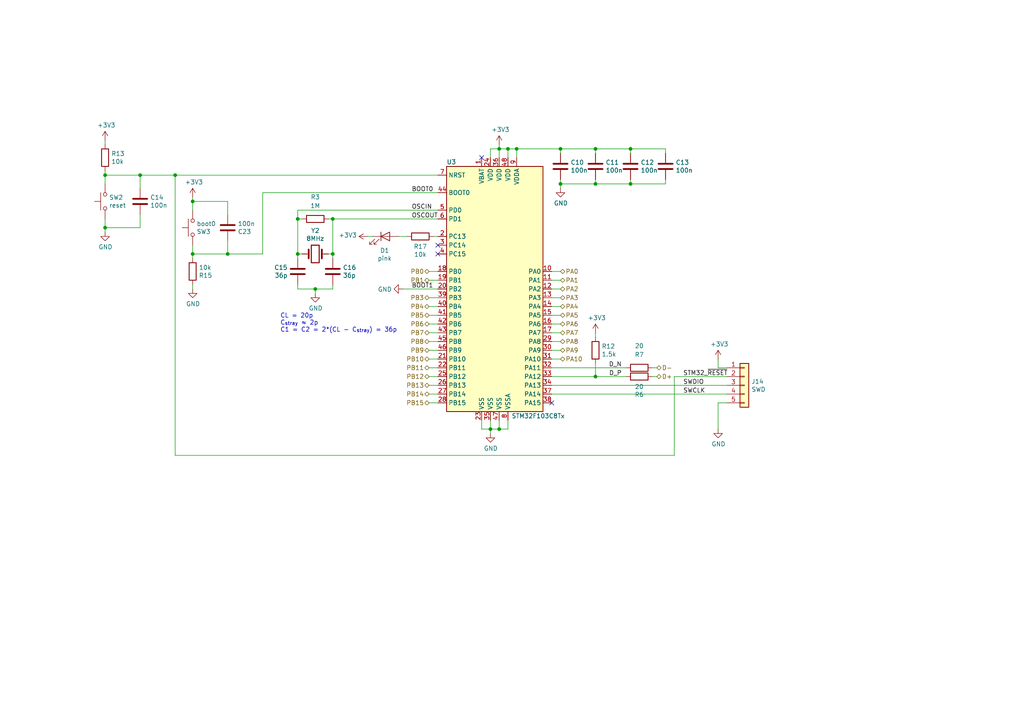
<source format=kicad_sch>
(kicad_sch (version 20220104) (generator eeschema)
  (paper "A4")
  (title_block (date "2020-08-29"))
  (lib_symbols
    (symbol "Connector_Generic:Conn_01x05" (pin_names hide)
      (property "Reference" "J" (at 0 7.62 0))
      (property "Value" "Conn_01x05" (at 0 -7.62 0))
      (symbol "Conn_01x05_1_1"
        (rectangle (start -1.27 -4.953) (end 0 -5.207) (stroke (width 0.1524)))
        (rectangle (start -1.27 -2.413) (end 0 -2.667) (stroke (width 0.1524)))
        (rectangle (start -1.27 0.127) (end 0 -0.127) (stroke (width 0.1524)))
        (rectangle (start -1.27 2.667) (end 0 2.413) (stroke (width 0.1524)))
        (rectangle (start -1.27 5.207) (end 0 4.953) (stroke (width 0.1524)))
        (rectangle (start -1.27 6.35) (end 1.27 -6.35) (stroke (width 0.254)) (fill (type background)))
        (pin passive line (at -5.08 5.08 0) (length 3.81) (name "Pin_1") (number "1"))
        (pin passive line (at -5.08 2.54 0) (length 3.81) (name "Pin_2") (number "2"))
        (pin passive line (at -5.08 0 0) (length 3.81) (name "Pin_3") (number "3"))
        (pin passive line (at -5.08 -2.54 0) (length 3.81) (name "Pin_4") (number "4"))
        (pin passive line (at -5.08 -5.08 0) (length 3.81) (name "Pin_5") (number "5"))
      )
    )
    (symbol "Device:C" (pin_numbers hide) (pin_names (offset 0.254))
      (property "Reference" "C" (at 0.635 2.54 0))
      (property "Value" "C" (at 0.635 -2.54 0))
      (symbol "C_0_1"
        (polyline (pts (xy -2.032 -0.762) (xy 2.032 -0.762)) (stroke (width 0.508)))
        (polyline (pts (xy -2.032 0.762) (xy 2.032 0.762)) (stroke (width 0.508)))
      )
      (symbol "C_1_1"
        (pin passive line (at 0 3.81 270) (length 2.794) (name "~") (number "1"))
        (pin passive line (at 0 -3.81 90) (length 2.794) (name "~") (number "2"))
      )
    )
    (symbol "Device:Crystal" (pin_numbers hide) (pin_names hide)
      (property "Reference" "Y" (at 0 3.81 0))
      (property "Value" "Crystal" (at 0 -3.81 0))
      (symbol "Crystal_0_1"
        (rectangle (start -1.143 2.54) (end 1.143 -2.54) (stroke (width 0.3048)))
        (polyline (pts (xy -2.54 0) (xy -1.905 0)))
        (polyline (pts (xy -1.905 -1.27) (xy -1.905 1.27)) (stroke (width 0.508)))
        (polyline (pts (xy 1.905 -1.27) (xy 1.905 1.27)) (stroke (width 0.508)))
        (polyline (pts (xy 2.54 0) (xy 1.905 0)))
      )
      (symbol "Crystal_1_1"
        (pin passive line (at -3.81 0 0) (length 1.27) (name "1") (number "1"))
        (pin passive line (at 3.81 0 180) (length 1.27) (name "2") (number "2"))
      )
    )
    (symbol "Device:LED" (pin_numbers hide) (pin_names hide)
      (property "Reference" "D" (at 0 2.54 0))
      (property "Value" "LED" (at 0 -2.54 0))
      (symbol "LED_0_1"
        (polyline (pts (xy -1.27 -1.27) (xy -1.27 1.27)) (stroke (width 0.2032)))
        (polyline (pts (xy -1.27 0) (xy 1.27 0)))
        (polyline (pts (xy 1.27 -1.27) (xy 1.27 1.27) (xy -1.27 0) (xy 1.27 -1.27)) (stroke (width 0.2032)))
        (polyline (pts (xy -3.048 -0.762) (xy -4.572 -2.286) (xy -3.81 -2.286) (xy -4.572 -2.286) (xy -4.572 -1.524)))
        (polyline (pts (xy -1.778 -0.762) (xy -3.302 -2.286) (xy -2.54 -2.286) (xy -3.302 -2.286) (xy -3.302 -1.524)))
      )
      (symbol "LED_1_1"
        (pin passive line (at -3.81 0 0) (length 2.54) (name "K") (number "1"))
        (pin passive line (at 3.81 0 180) (length 2.54) (name "A") (number "2"))
      )
    )
    (symbol "Device:R" (pin_numbers hide) (pin_names (offset 0))
      (property "Reference" "R" (at 2.032 0 90))
      (property "Value" "R" (at 0 0 90))
      (symbol "R_0_1"
        (rectangle (start -1.016 -2.54) (end 1.016 2.54) (stroke (width 0.254)))
      )
      (symbol "R_1_1"
        (pin passive line (at 0 3.81 270) (length 1.27) (name "~") (number "1"))
        (pin passive line (at 0 -3.81 90) (length 1.27) (name "~") (number "2"))
      )
    )
    (symbol "MCU_ST_STM32F1:STM32F103C8Tx"
      (property "Reference" "U" (at -15.24 36.83 0))
      (property "Value" "STM32F103C8Tx" (at 7.62 36.83 0))
      (symbol "STM32F103C8Tx_0_1"
        (rectangle (start -15.24 -35.56) (end 12.7 35.56) (stroke (width 0.254)) (fill (type background)))
      )
      (symbol "STM32F103C8Tx_1_1"
        (pin power_in line (at -5.08 38.1 270) (length 2.54) (name "VBAT") (number "1"))
        (pin bidirectional line (at 15.24 5.08 180) (length 2.54) (name "PA0") (number "10"))
        (pin bidirectional line (at 15.24 2.54 180) (length 2.54) (name "PA1") (number "11"))
        (pin bidirectional line (at 15.24 0 180) (length 2.54) (name "PA2") (number "12"))
        (pin bidirectional line (at 15.24 -2.54 180) (length 2.54) (name "PA3") (number "13"))
        (pin bidirectional line (at 15.24 -5.08 180) (length 2.54) (name "PA4") (number "14"))
        (pin bidirectional line (at 15.24 -7.62 180) (length 2.54) (name "PA5") (number "15"))
        (pin bidirectional line (at 15.24 -10.16 180) (length 2.54) (name "PA6") (number "16"))
        (pin bidirectional line (at 15.24 -12.7 180) (length 2.54) (name "PA7") (number "17"))
        (pin bidirectional line (at -17.78 5.08 0) (length 2.54) (name "PB0") (number "18"))
        (pin bidirectional line (at -17.78 2.54 0) (length 2.54) (name "PB1") (number "19"))
        (pin bidirectional line (at -17.78 15.24 0) (length 2.54) (name "PC13") (number "2"))
        (pin bidirectional line (at -17.78 0 0) (length 2.54) (name "PB2") (number "20"))
        (pin bidirectional line (at -17.78 -20.32 0) (length 2.54) (name "PB10") (number "21"))
        (pin bidirectional line (at -17.78 -22.86 0) (length 2.54) (name "PB11") (number "22"))
        (pin power_in line (at -5.08 -38.1 90) (length 2.54) (name "VSS") (number "23"))
        (pin power_in line (at -2.54 38.1 270) (length 2.54) (name "VDD") (number "24"))
        (pin bidirectional line (at -17.78 -25.4 0) (length 2.54) (name "PB12") (number "25"))
        (pin bidirectional line (at -17.78 -27.94 0) (length 2.54) (name "PB13") (number "26"))
        (pin bidirectional line (at -17.78 -30.48 0) (length 2.54) (name "PB14") (number "27"))
        (pin bidirectional line (at -17.78 -33.02 0) (length 2.54) (name "PB15") (number "28"))
        (pin bidirectional line (at 15.24 -15.24 180) (length 2.54) (name "PA8") (number "29"))
        (pin bidirectional line (at -17.78 12.7 0) (length 2.54) (name "PC14") (number "3"))
        (pin bidirectional line (at 15.24 -17.78 180) (length 2.54) (name "PA9") (number "30"))
        (pin bidirectional line (at 15.24 -20.32 180) (length 2.54) (name "PA10") (number "31"))
        (pin bidirectional line (at 15.24 -22.86 180) (length 2.54) (name "PA11") (number "32"))
        (pin bidirectional line (at 15.24 -25.4 180) (length 2.54) (name "PA12") (number "33"))
        (pin bidirectional line (at 15.24 -27.94 180) (length 2.54) (name "PA13") (number "34"))
        (pin power_in line (at -2.54 -38.1 90) (length 2.54) (name "VSS") (number "35"))
        (pin power_in line (at 0 38.1 270) (length 2.54) (name "VDD") (number "36"))
        (pin bidirectional line (at 15.24 -30.48 180) (length 2.54) (name "PA14") (number "37"))
        (pin bidirectional line (at 15.24 -33.02 180) (length 2.54) (name "PA15") (number "38"))
        (pin bidirectional line (at -17.78 -2.54 0) (length 2.54) (name "PB3") (number "39"))
        (pin bidirectional line (at -17.78 10.16 0) (length 2.54) (name "PC15") (number "4"))
        (pin bidirectional line (at -17.78 -5.08 0) (length 2.54) (name "PB4") (number "40"))
        (pin bidirectional line (at -17.78 -7.62 0) (length 2.54) (name "PB5") (number "41"))
        (pin bidirectional line (at -17.78 -10.16 0) (length 2.54) (name "PB6") (number "42"))
        (pin bidirectional line (at -17.78 -12.7 0) (length 2.54) (name "PB7") (number "43"))
        (pin input line (at -17.78 27.94 0) (length 2.54) (name "BOOT0") (number "44"))
        (pin bidirectional line (at -17.78 -15.24 0) (length 2.54) (name "PB8") (number "45"))
        (pin bidirectional line (at -17.78 -17.78 0) (length 2.54) (name "PB9") (number "46"))
        (pin power_in line (at 0 -38.1 90) (length 2.54) (name "VSS") (number "47"))
        (pin power_in line (at 2.54 38.1 270) (length 2.54) (name "VDD") (number "48"))
        (pin input line (at -17.78 22.86 0) (length 2.54) (name "PD0") (number "5"))
        (pin input line (at -17.78 20.32 0) (length 2.54) (name "PD1") (number "6"))
        (pin input line (at -17.78 33.02 0) (length 2.54) (name "NRST") (number "7"))
        (pin power_in line (at 2.54 -38.1 90) (length 2.54) (name "VSSA") (number "8"))
        (pin power_in line (at 5.08 38.1 270) (length 2.54) (name "VDDA") (number "9"))
      )
    )
    (symbol "Switch:SW_Push" (pin_numbers hide) (pin_names hide)
      (property "Reference" "SW" (at 1.27 2.54 0))
      (property "Value" "SW_Push" (at 0 -1.524 0))
      (symbol "SW_Push_0_1"
        (circle (center -2.032 0) (radius 0.508))
        (polyline (pts (xy 0 1.27) (xy 0 3.048)))
        (polyline (pts (xy 2.54 1.27) (xy -2.54 1.27)))
        (circle (center 2.032 0) (radius 0.508))
        (pin passive line (at -5.08 0 0) (length 2.54) (name "1") (number "1"))
        (pin passive line (at 5.08 0 180) (length 2.54) (name "2") (number "2"))
      )
    )
    (symbol "power:+3.3V" (power) (pin_names (offset 0))
      (property "Value" "+3.3V" (at 0 3.556 0))
      (symbol "+3.3V_0_1"
        (polyline (pts (xy -0.762 1.27) (xy 0 2.54)))
        (polyline (pts (xy 0 0) (xy 0 2.54)))
        (polyline (pts (xy 0 2.54) (xy 0.762 1.27)))
      )
      (symbol "+3.3V_1_1"
        (pin power_in line (at 0 0 90) (length 0) hide (name "+3V3") (number "1"))
      )
    )
    (symbol "power:GND" (power) (pin_names (offset 0))
      (property "Value" "GND" (at 0 -3.81 0))
      (symbol "GND_0_1"
        (polyline (pts (xy 0 0) (xy 0 -1.27) (xy 1.27 -1.27) (xy 0 -2.54) (xy -1.27 -1.27) (xy 0 -1.27)))
      )
      (symbol "GND_1_1"
        (pin power_in line (at 0 0 270) (length 0) hide (name "GND") (number "1"))
      )
    )
  )
  (junction (at 55.88 58.42))
  (junction (at 162.56 53.34))
  (junction (at 144.78 124.46))
  (junction (at 66.04 73.66))
  (junction (at 144.78 43.18))
  (junction (at 149.86 43.18))
  (junction (at 40.64 50.8))
  (junction (at 96.52 63.5))
  (junction (at 30.48 50.8))
  (junction (at 162.56 43.18))
  (junction (at 172.72 53.34))
  (junction (at 172.72 109.22))
  (junction (at 30.48 66.04))
  (junction (at 86.36 63.5))
  (junction (at 96.52 73.66))
  (junction (at 147.32 43.18))
  (junction (at 172.72 43.18))
  (junction (at 50.8 50.8))
  (junction (at 91.44 83.82))
  (junction (at 55.88 73.66))
  (junction (at 182.88 43.18))
  (junction (at 182.88 53.34))
  (junction (at 86.36 73.66))
  (junction (at 142.24 124.46))
  (no_connect (at 127 73.66))
  (no_connect (at 160.02 116.84))
  (no_connect (at 127 71.12))
  (no_connect (at 139.7 45.72))
  (wire (pts (xy 95.25 73.66) (xy 96.52 73.66)))
  (wire (pts (xy 182.88 53.34) (xy 193.04 53.34)))
  (wire (pts (xy 118.11 68.58) (xy 115.57 68.58)))
  (wire (pts (xy 142.24 43.18) (xy 144.78 43.18)))
  (wire (pts (xy 40.64 50.8) (xy 50.8 50.8)))
  (wire (pts (xy 160.02 83.82) (xy 162.56 83.82)))
  (wire (pts (xy 182.88 43.18) (xy 182.88 44.45)))
  (wire (pts (xy 160.02 86.36) (xy 162.56 86.36)))
  (wire (pts (xy 160.02 109.22) (xy 172.72 109.22)))
  (wire (pts (xy 193.04 43.18) (xy 193.04 44.45)))
  (wire (pts (xy 55.88 60.96) (xy 55.88 58.42)))
  (wire (pts (xy 162.56 53.34) (xy 162.56 54.61)))
  (wire (pts (xy 30.48 66.04) (xy 40.64 66.04)))
  (wire (pts (xy 162.56 53.34) (xy 172.72 53.34)))
  (wire (pts (xy 91.44 83.82) (xy 96.52 83.82)))
  (wire (pts (xy 124.46 111.76) (xy 127 111.76)))
  (wire (pts (xy 147.32 121.92) (xy 147.32 124.46)))
  (wire (pts (xy 160.02 104.14) (xy 162.56 104.14)))
  (wire (pts (xy 86.36 73.66) (xy 86.36 74.93)))
  (wire (pts (xy 66.04 73.66) (xy 66.04 69.85)))
  (wire (pts (xy 96.52 83.82) (xy 96.52 82.55)))
  (wire (pts (xy 76.2 55.88) (xy 127 55.88)))
  (wire (pts (xy 55.88 58.42) (xy 66.04 58.42)))
  (wire (pts (xy 193.04 53.34) (xy 193.04 52.07)))
  (wire (pts (xy 182.88 43.18) (xy 193.04 43.18)))
  (wire (pts (xy 30.48 40.64) (xy 30.48 41.91)))
  (wire (pts (xy 160.02 88.9) (xy 162.56 88.9)))
  (wire (pts (xy 50.8 50.8) (xy 127 50.8)))
  (wire (pts (xy 172.72 52.07) (xy 172.72 53.34)))
  (wire (pts (xy 172.72 43.18) (xy 182.88 43.18)))
  (wire (pts (xy 172.72 44.45) (xy 172.72 43.18)))
  (wire (pts (xy 160.02 99.06) (xy 162.56 99.06)))
  (wire (pts (xy 160.02 91.44) (xy 162.56 91.44)))
  (wire (pts (xy 96.52 63.5) (xy 127 63.5)))
  (wire (pts (xy 160.02 101.6) (xy 162.56 101.6)))
  (wire (pts (xy 172.72 109.22) (xy 181.61 109.22)))
  (wire (pts (xy 172.72 96.52) (xy 172.72 97.79)))
  (wire (pts (xy 50.8 132.08) (xy 195.58 132.08)))
  (wire (pts (xy 66.04 73.66) (xy 76.2 73.66)))
  (wire (pts (xy 149.86 43.18) (xy 162.56 43.18)))
  (wire (pts (xy 55.88 83.82) (xy 55.88 82.55)))
  (wire (pts (xy 162.56 44.45) (xy 162.56 43.18)))
  (wire (pts (xy 139.7 121.92) (xy 139.7 124.46)))
  (wire (pts (xy 208.28 116.84) (xy 210.82 116.84)))
  (wire (pts (xy 124.46 93.98) (xy 127 93.98)))
  (wire (pts (xy 208.28 116.84) (xy 208.28 124.46)))
  (wire (pts (xy 160.02 93.98) (xy 162.56 93.98)))
  (wire (pts (xy 195.58 109.22) (xy 210.82 109.22)))
  (wire (pts (xy 160.02 114.3) (xy 210.82 114.3)))
  (wire (pts (xy 172.72 105.41) (xy 172.72 109.22)))
  (wire (pts (xy 124.46 99.06) (xy 127 99.06)))
  (wire (pts (xy 162.56 43.18) (xy 172.72 43.18)))
  (wire (pts (xy 116.84 83.82) (xy 127 83.82)))
  (wire (pts (xy 172.72 53.34) (xy 182.88 53.34)))
  (wire (pts (xy 86.36 63.5) (xy 86.36 73.66)))
  (wire (pts (xy 144.78 43.18) (xy 147.32 43.18)))
  (wire (pts (xy 50.8 50.8) (xy 50.8 132.08)))
  (wire (pts (xy 86.36 60.96) (xy 86.36 63.5)))
  (wire (pts (xy 142.24 124.46) (xy 142.24 125.73)))
  (wire (pts (xy 147.32 43.18) (xy 149.86 43.18)))
  (wire (pts (xy 124.46 78.74) (xy 127 78.74)))
  (wire (pts (xy 144.78 43.18) (xy 144.78 45.72)))
  (wire (pts (xy 195.58 132.08) (xy 195.58 109.22)))
  (wire (pts (xy 160.02 78.74) (xy 162.56 78.74)))
  (wire (pts (xy 142.24 43.18) (xy 142.24 45.72)))
  (wire (pts (xy 124.46 81.28) (xy 127 81.28)))
  (wire (pts (xy 144.78 41.91) (xy 144.78 43.18)))
  (wire (pts (xy 147.32 43.18) (xy 147.32 45.72)))
  (wire (pts (xy 124.46 96.52) (xy 127 96.52)))
  (wire (pts (xy 30.48 66.04) (xy 30.48 67.31)))
  (wire (pts (xy 139.7 124.46) (xy 142.24 124.46)))
  (wire (pts (xy 124.46 114.3) (xy 127 114.3)))
  (wire (pts (xy 149.86 43.18) (xy 149.86 45.72)))
  (wire (pts (xy 55.88 73.66) (xy 55.88 71.12)))
  (wire (pts (xy 86.36 82.55) (xy 86.36 83.82)))
  (wire (pts (xy 160.02 111.76) (xy 210.82 111.76)))
  (wire (pts (xy 96.52 73.66) (xy 96.52 74.93)))
  (wire (pts (xy 30.48 63.5) (xy 30.48 66.04)))
  (wire (pts (xy 40.64 62.23) (xy 40.64 66.04)))
  (wire (pts (xy 162.56 52.07) (xy 162.56 53.34)))
  (wire (pts (xy 124.46 101.6) (xy 127 101.6)))
  (wire (pts (xy 160.02 106.68) (xy 181.61 106.68)))
  (wire (pts (xy 189.23 106.68) (xy 190.5 106.68)))
  (wire (pts (xy 66.04 62.23) (xy 66.04 58.42)))
  (wire (pts (xy 106.68 68.58) (xy 107.95 68.58)))
  (wire (pts (xy 124.46 109.22) (xy 127 109.22)))
  (wire (pts (xy 160.02 96.52) (xy 162.56 96.52)))
  (wire (pts (xy 91.44 83.82) (xy 91.44 85.09)))
  (wire (pts (xy 95.25 63.5) (xy 96.52 63.5)))
  (wire (pts (xy 55.88 73.66) (xy 66.04 73.66)))
  (wire (pts (xy 208.28 106.68) (xy 210.82 106.68)))
  (wire (pts (xy 124.46 86.36) (xy 127 86.36)))
  (wire (pts (xy 144.78 121.92) (xy 144.78 124.46)))
  (wire (pts (xy 124.46 88.9) (xy 127 88.9)))
  (wire (pts (xy 160.02 81.28) (xy 162.56 81.28)))
  (wire (pts (xy 124.46 116.84) (xy 127 116.84)))
  (wire (pts (xy 142.24 121.92) (xy 142.24 124.46)))
  (wire (pts (xy 124.46 106.68) (xy 127 106.68)))
  (wire (pts (xy 86.36 73.66) (xy 87.63 73.66)))
  (wire (pts (xy 124.46 91.44) (xy 127 91.44)))
  (wire (pts (xy 142.24 124.46) (xy 144.78 124.46)))
  (wire (pts (xy 125.73 68.58) (xy 127 68.58)))
  (wire (pts (xy 87.63 63.5) (xy 86.36 63.5)))
  (wire (pts (xy 86.36 60.96) (xy 127 60.96)))
  (wire (pts (xy 30.48 49.53) (xy 30.48 50.8)))
  (wire (pts (xy 208.28 104.14) (xy 208.28 106.68)))
  (wire (pts (xy 40.64 50.8) (xy 40.64 54.61)))
  (wire (pts (xy 30.48 50.8) (xy 30.48 53.34)))
  (wire (pts (xy 96.52 63.5) (xy 96.52 73.66)))
  (wire (pts (xy 86.36 83.82) (xy 91.44 83.82)))
  (wire (pts (xy 30.48 50.8) (xy 40.64 50.8)))
  (wire (pts (xy 124.46 104.14) (xy 127 104.14)))
  (wire (pts (xy 55.88 74.93) (xy 55.88 73.66)))
  (wire (pts (xy 144.78 124.46) (xy 147.32 124.46)))
  (wire (pts (xy 182.88 52.07) (xy 182.88 53.34)))
  (wire (pts (xy 76.2 73.66) (xy 76.2 55.88)))
  (wire (pts (xy 55.88 58.42) (xy 55.88 57.15)))
  (wire (pts (xy 189.23 109.22) (xy 190.5 109.22)))
  (text "CL = 20p\nC_{stray} ≈ 2p\nC1 = C2 = 2*(CL - C_{stray}) = 36p\n" (at 81.28 96.52 0) (effects (font (size 1.27 1.27)) (justify left bottom)))
  (label "D_N" (at 180.34 106.68 180))
  (label "OSCOUT" (at 119.38 63.5 0))
  (label "BOOT0" (at 119.38 55.88 0))
  (label "BOOT1" (at 119.38 83.82 0))
  (label "OSCIN" (at 119.38 60.96 0))
  (label "D_P" (at 180.34 109.22 180))
  (label "STM32_~{RESET}" (at 198.12 109.22 0))
  (label "SWCLK" (at 198.12 114.3 0))
  (label "SWDIO" (at 198.12 111.76 0))
  (hierarchical_label "PA5" (shape bidirectional) (at 162.56 91.44 0))
  (hierarchical_label "D+" (shape bidirectional) (at 190.5 109.22 0))
  (hierarchical_label "PB9" (shape bidirectional) (at 124.46 101.6 180))
  (hierarchical_label "PA0" (shape bidirectional) (at 162.56 78.74 0))
  (hierarchical_label "D-" (shape bidirectional) (at 190.5 106.68 0))
  (hierarchical_label "PB0" (shape bidirectional) (at 124.46 78.74 180))
  (hierarchical_label "PA2" (shape bidirectional) (at 162.56 83.82 0))
  (hierarchical_label "PA6" (shape bidirectional) (at 162.56 93.98 0))
  (hierarchical_label "PB15" (shape bidirectional) (at 124.46 116.84 180))
  (hierarchical_label "PB14" (shape bidirectional) (at 124.46 114.3 180))
  (hierarchical_label "PB7" (shape bidirectional) (at 124.46 96.52 180))
  (hierarchical_label "PA3" (shape bidirectional) (at 162.56 86.36 0))
  (hierarchical_label "PB11" (shape bidirectional) (at 124.46 106.68 180))
  (hierarchical_label "PB10" (shape bidirectional) (at 124.46 104.14 180))
  (hierarchical_label "PA4" (shape bidirectional) (at 162.56 88.9 0))
  (hierarchical_label "PB13" (shape bidirectional) (at 124.46 111.76 180))
  (hierarchical_label "PB6" (shape bidirectional) (at 124.46 93.98 180))
  (hierarchical_label "PB5" (shape bidirectional) (at 124.46 91.44 180))
  (hierarchical_label "PA7" (shape bidirectional) (at 162.56 96.52 0))
  (hierarchical_label "PB3" (shape bidirectional) (at 124.46 86.36 180))
  (hierarchical_label "PB8" (shape bidirectional) (at 124.46 99.06 180))
  (hierarchical_label "PB12" (shape bidirectional) (at 124.46 109.22 180))
  (hierarchical_label "PA9" (shape bidirectional) (at 162.56 101.6 0))
  (hierarchical_label "PB1" (shape bidirectional) (at 124.46 81.28 180))
  (hierarchical_label "PA10" (shape bidirectional) (at 162.56 104.14 0))
  (hierarchical_label "PB4" (shape bidirectional) (at 124.46 88.9 180))
  (hierarchical_label "PA8" (shape bidirectional) (at 162.56 99.06 0))
  (hierarchical_label "PA1" (shape bidirectional) (at 162.56 81.28 0))
  (symbol (lib_id "Device:C") (at 182.88 48.26 0) (mirror x) (unit 1)
    (property "Reference" "C12" (at 185.8011 47.1106 0) (effects (justify left)))
    (property "Value" "100n" (at 185.8011 49.4093 0) (effects (justify left)))
    (property "Footprint" "Capacitor_SMD:C_0603_1608Metric_Icon" (effects hide))
  )
  (symbol (lib_id "power:+3.3V") (at 106.68 68.58 90) (unit 1)
    (property "Reference" "#PWR0147" (effects hide))
    (property "Value" "+3.3V" (at 103.5049 68.2117 90) (effects (justify left)))
  )
  (symbol (lib_id "power:GND") (at 142.24 125.73 0) (unit 1)
    (property "Reference" "#PWR0150" (effects hide))
    (property "Value" "GND" (at 142.3543 130.0544 0))
  )
  (symbol (lib_id "power:GND") (at 30.48 67.31 0) (unit 1)
    (property "Reference" "#PWR0179" (effects hide))
    (property "Value" "GND" (at 30.5943 71.6344 0))
  )
  (symbol (lib_id "power:GND") (at 91.44 85.09 0) (unit 1)
    (property "Reference" "#PWR0185" (effects hide))
    (property "Value" "GND" (at 91.5543 89.4144 0))
  )
  (symbol (lib_id "power:GND") (at 116.84 83.82 270) (unit 1)
    (property "Reference" "#PWR0202" (effects hide))
    (property "Value" "GND" (at 113.665 83.9343 90) (effects (justify right)))
  )
  (symbol (lib_id "MCU_ST_STM32F1:STM32F103C8Tx") (at 144.78 83.82 0) (unit 1)
    (property "Reference" "U3" (at 129.54 46.99 0) (effects (justify left)))
    (property "Value" "STM32F103C8Tx" (at 163.83 120.65 0) (effects (justify right)))
    (property "Footprint" "Package_QFP:LQFP-48_7x7mm_P0.5mm" (effects hide))
    (property "Datasheet" "http://www.st.com/st-web-ui/static/active/en/resource/technical/document/datasheet/CD00161566.pdf" (effects hide))
  )
  (symbol (lib_id "Device:C") (at 193.04 48.26 0) (mirror x) (unit 1)
    (property "Reference" "C13" (at 195.9611 47.1106 0) (effects (justify left)))
    (property "Value" "100n" (at 195.9611 49.4093 0) (effects (justify left)))
    (property "Footprint" "Capacitor_SMD:C_0603_1608Metric_Icon" (effects hide))
  )
  (symbol (lib_id "Switch:SW_Push") (at 30.48 58.42 90) (unit 1)
    (property "Reference" "SW2" (at 31.6231 57.2706 90) (effects (justify right)))
    (property "Value" "reset" (at 31.6231 59.5693 90) (effects (justify right)))
    (property "Footprint" "Button_Switch_SMD:SW_SPST_CK_RS282G05A3" (effects hide))
  )
  (symbol (lib_id "power:+3.3V") (at 30.48 40.64 0) (unit 1)
    (property "Reference" "#PWR0178" (effects hide))
    (property "Value" "+3.3V" (at 30.8483 36.3156 0))
  )
  (symbol (lib_id "Device:LED") (at 111.76 68.58 0) (unit 1)
    (property "Reference" "D1" (at 111.5695 72.6504 0))
    (property "Value" "pink" (at 111.57 74.949 0))
    (property "Footprint" "LED_SMD:LED_0603_1608Metric" (effects hide))
  )
  (symbol (lib_id "Device:Crystal") (at 91.44 73.66 0) (unit 1)
    (property "Reference" "Y2" (at 91.44 66.8844 0))
    (property "Value" "8MHz" (at 91.44 69.183 0))
    (property "Footprint" "Crystal:Crystal_SMD_HC49-SD" (effects hide))
    (property "Datasheet" "https://datasheet.lcsc.com/szlcsc/1810251524_ECEC-ZheJiang-E-ast-Crystal-Elec-C08000J060_C259040.pdf" (effects hide))
    (property "MPN" "C08000J060" (effects hide))
  )
  (symbol (lib_id "power:+3.3V") (at 144.78 41.91 0) (unit 1)
    (property "Reference" "#PWR0175" (effects hide))
    (property "Value" "+3.3V" (at 145.1483 37.5856 0))
  )
  (symbol (lib_id "power:GND") (at 208.28 124.46 0) (unit 1)
    (property "Reference" "#PWR0151" (effects hide))
    (property "Value" "GND" (at 208.3943 128.7844 0))
  )
  (symbol (lib_id "power:GND") (at 55.88 83.82 0) (unit 1)
    (property "Reference" "#PWR0204" (effects hide))
    (property "Value" "GND" (at 55.9943 88.1444 0))
  )
  (symbol (lib_id "power:+3.3V") (at 172.72 96.52 0) (unit 1)
    (property "Reference" "#PWR0177" (effects hide))
    (property "Value" "+3.3V" (at 173.0883 92.1956 0))
  )
  (symbol (lib_id "Device:C") (at 96.52 78.74 0) (mirror x) (unit 1)
    (property "Reference" "C16" (at 99.4411 77.5906 0) (effects (justify left)))
    (property "Value" "36p" (at 99.441 79.889 0) (effects (justify left)))
    (property "Footprint" "Capacitor_SMD:C_0603_1608Metric_Icon" (effects hide))
  )
  (symbol (lib_id "power:+3.3V") (at 208.28 104.14 0) (unit 1)
    (property "Reference" "#PWR0157" (effects hide))
    (property "Value" "+3.3V" (at 208.6483 99.8156 0))
  )
  (symbol (lib_id "Switch:SW_Push") (at 55.88 66.04 90) (mirror x) (unit 1)
    (property "Reference" "SW3" (at 57.0231 67.1894 90) (effects (justify right)))
    (property "Value" "boot0" (at 57.023 64.891 90) (effects (justify right)))
    (property "Footprint" "Button_Switch_SMD:SW_SPST_CK_RS282G05A3" (effects hide))
  )
  (symbol (lib_id "power:GND") (at 162.56 54.61 0) (unit 1)
    (property "Reference" "#PWR0176" (effects hide))
    (property "Value" "GND" (at 162.6743 58.9344 0))
  )
  (symbol (lib_id "Device:R") (at 55.88 78.74 0) (mirror y) (unit 1)
    (property "Reference" "R15" (at 57.6581 79.8894 0) (effects (justify right)))
    (property "Value" "10k" (at 57.6581 77.5907 0) (effects (justify right)))
    (property "Footprint" "Resistor_SMD:R_0603_1608Metric_Icon" (effects hide))
  )
  (symbol (lib_id "Device:C") (at 172.72 48.26 0) (mirror x) (unit 1)
    (property "Reference" "C11" (at 175.6411 47.1106 0) (effects (justify left)))
    (property "Value" "100n" (at 175.6411 49.4093 0) (effects (justify left)))
    (property "Footprint" "Capacitor_SMD:C_0603_1608Metric_Icon" (effects hide))
  )
  (symbol (lib_id "Device:C") (at 86.36 78.74 0) (mirror x) (unit 1)
    (property "Reference" "C15" (at 83.4389 77.5906 0) (effects (justify right)))
    (property "Value" "36p" (at 83.4389 79.8893 0) (effects (justify right)))
    (property "Footprint" "Capacitor_SMD:C_0603_1608Metric_Icon" (effects hide))
  )
  (symbol (lib_id "Device:R") (at 172.72 101.6 180) (unit 1)
    (property "Reference" "R12" (at 174.4981 100.4506 0) (effects (justify right)))
    (property "Value" "1.5k" (at 174.498 102.749 0) (effects (justify right)))
    (property "Footprint" "Resistor_SMD:R_0603_1608Metric_Icon" (effects hide))
  )
  (symbol (lib_id "Device:R") (at 121.92 68.58 270) (unit 1)
    (property "Reference" "R17" (at 121.92 71.5074 90))
    (property "Value" "10k" (at 121.92 73.8061 90))
    (property "Footprint" "Resistor_SMD:R_0603_1608Metric_Icon" (effects hide))
  )
  (symbol (lib_id "Connector_Generic:Conn_01x05") (at 215.9 111.76 0) (unit 1)
    (property "Reference" "J14" (at 217.9321 110.6614 0) (effects (justify left)))
    (property "Value" "SWD" (at 217.932 112.96 0) (effects (justify left)))
    (property "Footprint" "Connector_PinSocket_2.54mm:PinSocket_1x05_P2.54mm_Vertical" (effects hide))
  )
  (symbol (lib_id "Device:C") (at 66.04 66.04 0) (unit 1)
    (property "Reference" "C23" (at 68.9611 67.1894 0) (effects (justify left)))
    (property "Value" "100n" (at 68.9611 64.8907 0) (effects (justify left)))
    (property "Footprint" "Capacitor_SMD:C_0603_1608Metric_Icon" (effects hide))
  )
  (symbol (lib_id "Device:C") (at 162.56 48.26 0) (mirror x) (unit 1)
    (property "Reference" "C10" (at 165.4811 47.1106 0) (effects (justify left)))
    (property "Value" "100n" (at 165.4811 49.4093 0) (effects (justify left)))
    (property "Footprint" "Capacitor_SMD:C_0603_1608Metric_Icon" (effects hide))
  )
  (symbol (lib_id "power:+3.3V") (at 55.88 57.15 0) (unit 1)
    (property "Reference" "#PWR0203" (effects hide))
    (property "Value" "+3.3V" (at 56.2483 52.8256 0))
  )
  (symbol (lib_id "Device:R") (at 185.42 109.22 90) (unit 1)
    (property "Reference" "R6" (at 185.42 114.4462 90))
    (property "Value" "20" (at 185.42 112.1475 90))
    (property "Footprint" "Resistor_SMD:R_0603_1608Metric_Icon" (effects hide))
  )
  (symbol (lib_id "Device:R") (at 185.42 106.68 270) (mirror x) (unit 1)
    (property "Reference" "R7" (at 185.42 102.87 90))
    (property "Value" "20" (at 185.42 100.33 90))
    (property "Footprint" "Resistor_SMD:R_0603_1608Metric_Icon" (effects hide))
  )
  (symbol (lib_id "Device:R") (at 30.48 45.72 180) (unit 1)
    (property "Reference" "R13" (at 32.2581 44.5706 0) (effects (justify right)))
    (property "Value" "10k" (at 32.2581 46.8693 0) (effects (justify right)))
    (property "Footprint" "Resistor_SMD:R_0603_1608Metric_Icon" (effects hide))
  )
  (symbol (lib_id "Device:C") (at 40.64 58.42 0) (mirror x) (unit 1)
    (property "Reference" "C14" (at 43.5611 57.2706 0) (effects (justify left)))
    (property "Value" "100n" (at 43.5611 59.5693 0) (effects (justify left)))
    (property "Footprint" "Capacitor_SMD:C_0603_1608Metric_Icon" (effects hide))
  )
  (symbol (lib_id "Device:R") (at 91.44 63.5 90) (unit 1)
    (property "Reference" "R3" (at 91.44 57.15 90))
    (property "Value" "1M" (at 91.44 59.69 90))
    (property "Footprint" "Resistor_SMD:R_0603_1608Metric_Icon" (effects hide))
  )
)
</source>
